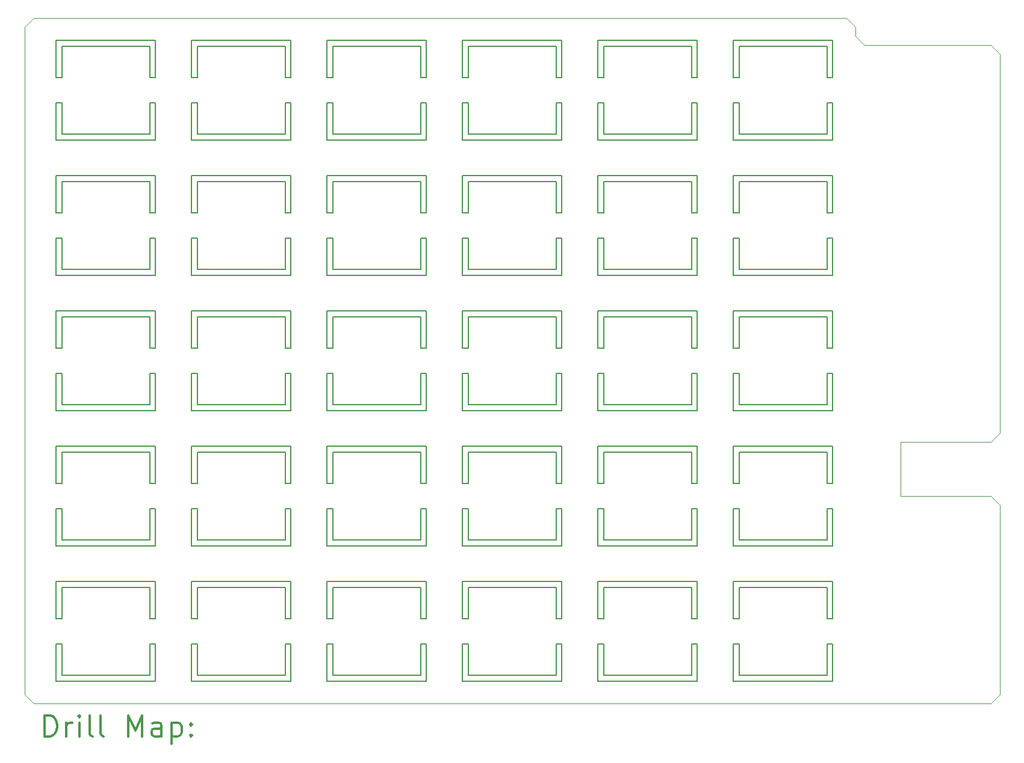
<source format=gbr>
%FSLAX45Y45*%
G04 Gerber Fmt 4.5, Leading zero omitted, Abs format (unit mm)*
G04 Created by KiCad (PCBNEW (5.1.9)-1) date 2021-03-27 16:35:38*
%MOMM*%
%LPD*%
G01*
G04 APERTURE LIST*
%TA.AperFunction,Profile*%
%ADD10C,0.050000*%
%TD*%
%TA.AperFunction,Profile*%
%ADD11C,0.150000*%
%TD*%
%ADD12C,0.200000*%
%ADD13C,0.300000*%
G04 APERTURE END LIST*
D10*
X14732000Y-9525000D02*
X14732000Y-10287000D01*
X16129000Y-9398000D02*
X16129000Y-4064000D01*
X16129000Y-10414000D02*
X16129000Y-13081000D01*
X16002000Y-9525000D02*
X16129000Y-9398000D01*
X16002000Y-10287000D02*
X16129000Y-10414000D01*
X15621000Y-10287000D02*
X15367000Y-10287000D01*
X14732000Y-10287000D02*
X16002000Y-10287000D01*
X16002000Y-9525000D02*
X14732000Y-9525000D01*
X14097000Y-3810000D02*
X14224000Y-3937000D01*
X13970000Y-3556000D02*
X14097000Y-3683000D01*
X2540000Y-3556000D02*
X2413000Y-3683000D01*
X2413000Y-13081000D02*
X2540000Y-13208000D01*
X16129000Y-13081000D02*
X16002000Y-13208000D01*
X16002000Y-3937000D02*
X16129000Y-4064000D01*
X14224000Y-3937000D02*
X16002000Y-3937000D01*
X14097000Y-3683000D02*
X14097000Y-3810000D01*
D11*
X6081000Y-10907000D02*
X4841000Y-10907000D01*
D10*
X2413000Y-13081000D02*
X2413000Y-3683000D01*
X16002000Y-13208000D02*
X2540000Y-13208000D01*
X2540000Y-3556000D02*
X13970000Y-3556000D01*
D11*
X12461000Y-10907000D02*
X12461000Y-10467000D01*
X13701000Y-10907000D02*
X12461000Y-10907000D01*
X13781000Y-10487000D02*
X13781000Y-10987000D01*
X13781000Y-10987000D02*
X12381000Y-10987000D01*
X13781000Y-10487000D02*
X13781000Y-10467000D01*
X13781000Y-9587000D02*
X12381000Y-9587000D01*
X13701000Y-10467000D02*
X13701000Y-10907000D01*
X13781000Y-10467000D02*
X13701000Y-10467000D01*
X13701000Y-10087000D02*
X13701000Y-10107000D01*
X12381000Y-10087000D02*
X12381000Y-10107000D01*
X12461000Y-10467000D02*
X12381000Y-10467000D01*
X12381000Y-10987000D02*
X12381000Y-10487000D01*
X13701000Y-10107000D02*
X13781000Y-10107000D01*
X12381000Y-10467000D02*
X12381000Y-10487000D01*
X12461000Y-10107000D02*
X12461000Y-10087000D01*
X12381000Y-9587000D02*
X12381000Y-10087000D01*
X13781000Y-10107000D02*
X13781000Y-10087000D01*
X13701000Y-9667000D02*
X13701000Y-10087000D01*
X12381000Y-10107000D02*
X12461000Y-10107000D01*
X13781000Y-10087000D02*
X13781000Y-9587000D01*
X12461000Y-10087000D02*
X12461000Y-9667000D01*
X12461000Y-9667000D02*
X13701000Y-9667000D01*
X12461000Y-7097000D02*
X12461000Y-6657000D01*
X13701000Y-7097000D02*
X12461000Y-7097000D01*
X13781000Y-6677000D02*
X13781000Y-7177000D01*
X13781000Y-7177000D02*
X12381000Y-7177000D01*
X13781000Y-6677000D02*
X13781000Y-6657000D01*
X13781000Y-5777000D02*
X12381000Y-5777000D01*
X13701000Y-6657000D02*
X13701000Y-7097000D01*
X13781000Y-6657000D02*
X13701000Y-6657000D01*
X13701000Y-6277000D02*
X13701000Y-6297000D01*
X12381000Y-6277000D02*
X12381000Y-6297000D01*
X12461000Y-6657000D02*
X12381000Y-6657000D01*
X12381000Y-7177000D02*
X12381000Y-6677000D01*
X13701000Y-6297000D02*
X13781000Y-6297000D01*
X12381000Y-6657000D02*
X12381000Y-6677000D01*
X12461000Y-6297000D02*
X12461000Y-6277000D01*
X12381000Y-5777000D02*
X12381000Y-6277000D01*
X13781000Y-6297000D02*
X13781000Y-6277000D01*
X13701000Y-5857000D02*
X13701000Y-6277000D01*
X12381000Y-6297000D02*
X12461000Y-6297000D01*
X13781000Y-6277000D02*
X13781000Y-5777000D01*
X12461000Y-6277000D02*
X12461000Y-5857000D01*
X12461000Y-5857000D02*
X13701000Y-5857000D01*
X11876000Y-5272000D02*
X10476000Y-5272000D01*
X10556000Y-4392000D02*
X10556000Y-4372000D01*
X10556000Y-3952000D02*
X11796000Y-3952000D01*
X11876000Y-4772000D02*
X11876000Y-4752000D01*
X11876000Y-4752000D02*
X11796000Y-4752000D01*
X10556000Y-4372000D02*
X10556000Y-3952000D01*
X10556000Y-5192000D02*
X10556000Y-4752000D01*
X11796000Y-3952000D02*
X11796000Y-4372000D01*
X10476000Y-4392000D02*
X10556000Y-4392000D01*
X11796000Y-4372000D02*
X11796000Y-4392000D01*
X11796000Y-4752000D02*
X11796000Y-5192000D01*
X10476000Y-4752000D02*
X10476000Y-4772000D01*
X11796000Y-5192000D02*
X10556000Y-5192000D01*
X11796000Y-4392000D02*
X11876000Y-4392000D01*
X10476000Y-4372000D02*
X10476000Y-4392000D01*
X11876000Y-4772000D02*
X11876000Y-5272000D01*
X10476000Y-3872000D02*
X10476000Y-4372000D01*
X12381000Y-4752000D02*
X12381000Y-4772000D01*
X12461000Y-3952000D02*
X13701000Y-3952000D01*
X13701000Y-5192000D02*
X12461000Y-5192000D01*
X13701000Y-3952000D02*
X13701000Y-4372000D01*
X12381000Y-4392000D02*
X12461000Y-4392000D01*
X12381000Y-4372000D02*
X12381000Y-4392000D01*
X13701000Y-4752000D02*
X13701000Y-5192000D01*
X13701000Y-4372000D02*
X13701000Y-4392000D01*
X13781000Y-4772000D02*
X13781000Y-4752000D01*
X11876000Y-4372000D02*
X11876000Y-3872000D01*
X11876000Y-3872000D02*
X10476000Y-3872000D01*
X10556000Y-4752000D02*
X10476000Y-4752000D01*
X12461000Y-4372000D02*
X12461000Y-3952000D01*
X13781000Y-4772000D02*
X13781000Y-5272000D01*
X13781000Y-4752000D02*
X13701000Y-4752000D01*
X13781000Y-5272000D02*
X12381000Y-5272000D01*
X12461000Y-4392000D02*
X12461000Y-4372000D01*
X13701000Y-4392000D02*
X13781000Y-4392000D01*
X11876000Y-4392000D02*
X11876000Y-4372000D01*
X10476000Y-5272000D02*
X10476000Y-4772000D01*
X12461000Y-5192000D02*
X12461000Y-4752000D01*
X13781000Y-3872000D02*
X12381000Y-3872000D01*
X13781000Y-4392000D02*
X13781000Y-4372000D01*
X12381000Y-5272000D02*
X12381000Y-4772000D01*
X12461000Y-4752000D02*
X12381000Y-4752000D01*
X12381000Y-3872000D02*
X12381000Y-4372000D01*
X13781000Y-4372000D02*
X13781000Y-3872000D01*
X4256000Y-12892000D02*
X2856000Y-12892000D01*
X2936000Y-12012000D02*
X2936000Y-11992000D01*
X2936000Y-11572000D02*
X4176000Y-11572000D01*
X4256000Y-12392000D02*
X4256000Y-12372000D01*
X4256000Y-12372000D02*
X4176000Y-12372000D01*
X2936000Y-11992000D02*
X2936000Y-11572000D01*
X2936000Y-12812000D02*
X2936000Y-12372000D01*
X4176000Y-11572000D02*
X4176000Y-11992000D01*
X2856000Y-12012000D02*
X2936000Y-12012000D01*
X4176000Y-11992000D02*
X4176000Y-12012000D01*
X4176000Y-12372000D02*
X4176000Y-12812000D01*
X2856000Y-12372000D02*
X2856000Y-12392000D01*
X4176000Y-12812000D02*
X2936000Y-12812000D01*
X4176000Y-12012000D02*
X4256000Y-12012000D01*
X2856000Y-11992000D02*
X2856000Y-12012000D01*
X4256000Y-12392000D02*
X4256000Y-12892000D01*
X2856000Y-11492000D02*
X2856000Y-11992000D01*
X4761000Y-12372000D02*
X4761000Y-12392000D01*
X4841000Y-11572000D02*
X6081000Y-11572000D01*
X6081000Y-12812000D02*
X4841000Y-12812000D01*
X6081000Y-11572000D02*
X6081000Y-11992000D01*
X4761000Y-12012000D02*
X4841000Y-12012000D01*
X4761000Y-11992000D02*
X4761000Y-12012000D01*
X6081000Y-12372000D02*
X6081000Y-12812000D01*
X6081000Y-11992000D02*
X6081000Y-12012000D01*
X6161000Y-12392000D02*
X6161000Y-12372000D01*
X4256000Y-11992000D02*
X4256000Y-11492000D01*
X4256000Y-11492000D02*
X2856000Y-11492000D01*
X2936000Y-12372000D02*
X2856000Y-12372000D01*
X4841000Y-11992000D02*
X4841000Y-11572000D01*
X6161000Y-12392000D02*
X6161000Y-12892000D01*
X6161000Y-12372000D02*
X6081000Y-12372000D01*
X6161000Y-12892000D02*
X4761000Y-12892000D01*
X4841000Y-12012000D02*
X4841000Y-11992000D01*
X6081000Y-12012000D02*
X6161000Y-12012000D01*
X4256000Y-12012000D02*
X4256000Y-11992000D01*
X2856000Y-12892000D02*
X2856000Y-12392000D01*
X4841000Y-12812000D02*
X4841000Y-12372000D01*
X6161000Y-11492000D02*
X4761000Y-11492000D01*
X6161000Y-12012000D02*
X6161000Y-11992000D01*
X4761000Y-12892000D02*
X4761000Y-12392000D01*
X4841000Y-12372000D02*
X4761000Y-12372000D01*
X4761000Y-11492000D02*
X4761000Y-11992000D01*
X6161000Y-11992000D02*
X6161000Y-11492000D01*
X8066000Y-12892000D02*
X6666000Y-12892000D01*
X6746000Y-12012000D02*
X6746000Y-11992000D01*
X6746000Y-11572000D02*
X7986000Y-11572000D01*
X8066000Y-12392000D02*
X8066000Y-12372000D01*
X8066000Y-12372000D02*
X7986000Y-12372000D01*
X6746000Y-11992000D02*
X6746000Y-11572000D01*
X6746000Y-12812000D02*
X6746000Y-12372000D01*
X7986000Y-11572000D02*
X7986000Y-11992000D01*
X6666000Y-12012000D02*
X6746000Y-12012000D01*
X7986000Y-11992000D02*
X7986000Y-12012000D01*
X7986000Y-12372000D02*
X7986000Y-12812000D01*
X6666000Y-12372000D02*
X6666000Y-12392000D01*
X7986000Y-12812000D02*
X6746000Y-12812000D01*
X7986000Y-12012000D02*
X8066000Y-12012000D01*
X6666000Y-11992000D02*
X6666000Y-12012000D01*
X8066000Y-12392000D02*
X8066000Y-12892000D01*
X6666000Y-11492000D02*
X6666000Y-11992000D01*
X8571000Y-12372000D02*
X8571000Y-12392000D01*
X8651000Y-11572000D02*
X9891000Y-11572000D01*
X9891000Y-12812000D02*
X8651000Y-12812000D01*
X9891000Y-11572000D02*
X9891000Y-11992000D01*
X8571000Y-12012000D02*
X8651000Y-12012000D01*
X8571000Y-11992000D02*
X8571000Y-12012000D01*
X9891000Y-12372000D02*
X9891000Y-12812000D01*
X9891000Y-11992000D02*
X9891000Y-12012000D01*
X9971000Y-12392000D02*
X9971000Y-12372000D01*
X8066000Y-11992000D02*
X8066000Y-11492000D01*
X8066000Y-11492000D02*
X6666000Y-11492000D01*
X6746000Y-12372000D02*
X6666000Y-12372000D01*
X8651000Y-11992000D02*
X8651000Y-11572000D01*
X9971000Y-12392000D02*
X9971000Y-12892000D01*
X9971000Y-12372000D02*
X9891000Y-12372000D01*
X9971000Y-12892000D02*
X8571000Y-12892000D01*
X8651000Y-12012000D02*
X8651000Y-11992000D01*
X9891000Y-12012000D02*
X9971000Y-12012000D01*
X8066000Y-12012000D02*
X8066000Y-11992000D01*
X6666000Y-12892000D02*
X6666000Y-12392000D01*
X8651000Y-12812000D02*
X8651000Y-12372000D01*
X9971000Y-11492000D02*
X8571000Y-11492000D01*
X9971000Y-12012000D02*
X9971000Y-11992000D01*
X8571000Y-12892000D02*
X8571000Y-12392000D01*
X8651000Y-12372000D02*
X8571000Y-12372000D01*
X8571000Y-11492000D02*
X8571000Y-11992000D01*
X9971000Y-11992000D02*
X9971000Y-11492000D01*
X6161000Y-10987000D02*
X4761000Y-10987000D01*
X6161000Y-10467000D02*
X6081000Y-10467000D01*
X4841000Y-10467000D02*
X4761000Y-10467000D01*
X6161000Y-10107000D02*
X6161000Y-10087000D01*
X4761000Y-10087000D02*
X4761000Y-10107000D01*
X4761000Y-10987000D02*
X4761000Y-10487000D01*
X6081000Y-10467000D02*
X6081000Y-10907000D01*
X4841000Y-9667000D02*
X6081000Y-9667000D01*
X6161000Y-10487000D02*
X6161000Y-10467000D01*
X2856000Y-10107000D02*
X2936000Y-10107000D01*
X2856000Y-10467000D02*
X2856000Y-10487000D01*
X2856000Y-10087000D02*
X2856000Y-10107000D01*
X4176000Y-10087000D02*
X4176000Y-10107000D01*
X4256000Y-10107000D02*
X4256000Y-10087000D01*
X4176000Y-9667000D02*
X4176000Y-10087000D01*
X4256000Y-10087000D02*
X4256000Y-9587000D01*
X2936000Y-10107000D02*
X2936000Y-10087000D01*
X4176000Y-10107000D02*
X4256000Y-10107000D01*
X4256000Y-10467000D02*
X4176000Y-10467000D01*
X2936000Y-10907000D02*
X2936000Y-10467000D01*
X4176000Y-10467000D02*
X4176000Y-10907000D01*
X4256000Y-10487000D02*
X4256000Y-10467000D01*
X2936000Y-9667000D02*
X4176000Y-9667000D01*
X2856000Y-9587000D02*
X2856000Y-10087000D01*
X4256000Y-10987000D02*
X2856000Y-10987000D01*
X4256000Y-10487000D02*
X4256000Y-10987000D01*
X4176000Y-10907000D02*
X2936000Y-10907000D01*
X2936000Y-10087000D02*
X2936000Y-9667000D01*
X4256000Y-9587000D02*
X2856000Y-9587000D01*
X8571000Y-10087000D02*
X8571000Y-10107000D01*
X6746000Y-10107000D02*
X6746000Y-10087000D01*
X6081000Y-9667000D02*
X6081000Y-10087000D01*
X6161000Y-10087000D02*
X6161000Y-9587000D01*
X4761000Y-10467000D02*
X4761000Y-10487000D01*
X6161000Y-9587000D02*
X4761000Y-9587000D01*
X6081000Y-10107000D02*
X6161000Y-10107000D01*
X6081000Y-10087000D02*
X6081000Y-10107000D01*
X4761000Y-10107000D02*
X4841000Y-10107000D01*
X9971000Y-10487000D02*
X9971000Y-10987000D01*
X8651000Y-10907000D02*
X8651000Y-10467000D01*
X4841000Y-10107000D02*
X4841000Y-10087000D01*
X8571000Y-10467000D02*
X8571000Y-10487000D01*
X4761000Y-9587000D02*
X4761000Y-10087000D01*
X10556000Y-10907000D02*
X10556000Y-10467000D01*
X11796000Y-10907000D02*
X10556000Y-10907000D01*
X11876000Y-10487000D02*
X11876000Y-10987000D01*
X11876000Y-10987000D02*
X10476000Y-10987000D01*
X11876000Y-10487000D02*
X11876000Y-10467000D01*
X11876000Y-9587000D02*
X10476000Y-9587000D01*
X11796000Y-10467000D02*
X11796000Y-10907000D01*
X11876000Y-10467000D02*
X11796000Y-10467000D01*
X11796000Y-10087000D02*
X11796000Y-10107000D01*
X10476000Y-10087000D02*
X10476000Y-10107000D01*
X6746000Y-10907000D02*
X6746000Y-10467000D01*
X10556000Y-10467000D02*
X10476000Y-10467000D01*
X10476000Y-10987000D02*
X10476000Y-10487000D01*
X11796000Y-10107000D02*
X11876000Y-10107000D01*
X10476000Y-10467000D02*
X10476000Y-10487000D01*
X6746000Y-10087000D02*
X6746000Y-9667000D01*
X8651000Y-10087000D02*
X8651000Y-9667000D01*
X10556000Y-10107000D02*
X10556000Y-10087000D01*
X8571000Y-10107000D02*
X8651000Y-10107000D01*
X10476000Y-9587000D02*
X10476000Y-10087000D01*
X11876000Y-10107000D02*
X11876000Y-10087000D01*
X11796000Y-9667000D02*
X11796000Y-10087000D01*
X10476000Y-10107000D02*
X10556000Y-10107000D01*
X11876000Y-10087000D02*
X11876000Y-9587000D01*
X10556000Y-10087000D02*
X10556000Y-9667000D01*
X10556000Y-9667000D02*
X11796000Y-9667000D01*
X9971000Y-10987000D02*
X8571000Y-10987000D01*
X8651000Y-9667000D02*
X9891000Y-9667000D01*
X6746000Y-10467000D02*
X6666000Y-10467000D01*
X6666000Y-9587000D02*
X6666000Y-10087000D01*
X9971000Y-10467000D02*
X9891000Y-10467000D01*
X9891000Y-10467000D02*
X9891000Y-10907000D01*
X9891000Y-10907000D02*
X8651000Y-10907000D01*
X6666000Y-10107000D02*
X6746000Y-10107000D01*
X7986000Y-10107000D02*
X8066000Y-10107000D01*
X8651000Y-10107000D02*
X8651000Y-10087000D01*
X9891000Y-10107000D02*
X9971000Y-10107000D01*
X9891000Y-10087000D02*
X9891000Y-10107000D01*
X8066000Y-10107000D02*
X8066000Y-10087000D01*
X6746000Y-9667000D02*
X7986000Y-9667000D01*
X9971000Y-10487000D02*
X9971000Y-10467000D01*
X4841000Y-10087000D02*
X4841000Y-9667000D01*
X7986000Y-10467000D02*
X7986000Y-10907000D01*
X6666000Y-10987000D02*
X6666000Y-10487000D01*
X8066000Y-10467000D02*
X7986000Y-10467000D01*
X8066000Y-10987000D02*
X6666000Y-10987000D01*
X9971000Y-9587000D02*
X8571000Y-9587000D01*
X8571000Y-10987000D02*
X8571000Y-10487000D01*
X4841000Y-10907000D02*
X4841000Y-10467000D01*
X8651000Y-10467000D02*
X8571000Y-10467000D01*
X9971000Y-10107000D02*
X9971000Y-10087000D01*
X6666000Y-10467000D02*
X6666000Y-10487000D01*
X8066000Y-9587000D02*
X6666000Y-9587000D01*
X6161000Y-10487000D02*
X6161000Y-10987000D01*
X9891000Y-9667000D02*
X9891000Y-10087000D01*
X8571000Y-9587000D02*
X8571000Y-10087000D01*
X6666000Y-10087000D02*
X6666000Y-10107000D01*
X9971000Y-10087000D02*
X9971000Y-9587000D01*
X8066000Y-10087000D02*
X8066000Y-9587000D01*
X7986000Y-9667000D02*
X7986000Y-10087000D01*
X7986000Y-10087000D02*
X7986000Y-10107000D01*
X8066000Y-10487000D02*
X8066000Y-10467000D01*
X8066000Y-10487000D02*
X8066000Y-10987000D01*
X7986000Y-10907000D02*
X6746000Y-10907000D01*
X2856000Y-10987000D02*
X2856000Y-10487000D01*
X2936000Y-10467000D02*
X2856000Y-10467000D01*
X8066000Y-9082000D02*
X6666000Y-9082000D01*
X7986000Y-9002000D02*
X6746000Y-9002000D01*
X8066000Y-8562000D02*
X7986000Y-8562000D01*
X6746000Y-8562000D02*
X6666000Y-8562000D01*
X8066000Y-8202000D02*
X8066000Y-8182000D01*
X6666000Y-8182000D02*
X6666000Y-8202000D01*
X6666000Y-9082000D02*
X6666000Y-8582000D01*
X7986000Y-8562000D02*
X7986000Y-9002000D01*
X6746000Y-7762000D02*
X7986000Y-7762000D01*
X8066000Y-8582000D02*
X8066000Y-8562000D01*
X4761000Y-8202000D02*
X4841000Y-8202000D01*
X4761000Y-8562000D02*
X4761000Y-8582000D01*
X4761000Y-8182000D02*
X4761000Y-8202000D01*
X6081000Y-8182000D02*
X6081000Y-8202000D01*
X6161000Y-8202000D02*
X6161000Y-8182000D01*
X6081000Y-7762000D02*
X6081000Y-8182000D01*
X6161000Y-8182000D02*
X6161000Y-7682000D01*
X4841000Y-8202000D02*
X4841000Y-8182000D01*
X6081000Y-8202000D02*
X6161000Y-8202000D01*
X6161000Y-8562000D02*
X6081000Y-8562000D01*
X4841000Y-9002000D02*
X4841000Y-8562000D01*
X6081000Y-8562000D02*
X6081000Y-9002000D01*
X6161000Y-8582000D02*
X6161000Y-8562000D01*
X4841000Y-7762000D02*
X6081000Y-7762000D01*
X4761000Y-7682000D02*
X4761000Y-8182000D01*
X6161000Y-9082000D02*
X4761000Y-9082000D01*
X6161000Y-8582000D02*
X6161000Y-9082000D01*
X6081000Y-9002000D02*
X4841000Y-9002000D01*
X4841000Y-8182000D02*
X4841000Y-7762000D01*
X6161000Y-7682000D02*
X4761000Y-7682000D01*
X10476000Y-8182000D02*
X10476000Y-8202000D01*
X8651000Y-8202000D02*
X8651000Y-8182000D01*
X7986000Y-7762000D02*
X7986000Y-8182000D01*
X8066000Y-8182000D02*
X8066000Y-7682000D01*
X6666000Y-8562000D02*
X6666000Y-8582000D01*
X8066000Y-7682000D02*
X6666000Y-7682000D01*
X7986000Y-8202000D02*
X8066000Y-8202000D01*
X7986000Y-8182000D02*
X7986000Y-8202000D01*
X6666000Y-8202000D02*
X6746000Y-8202000D01*
X11876000Y-8582000D02*
X11876000Y-9082000D01*
X10556000Y-9002000D02*
X10556000Y-8562000D01*
X6746000Y-8202000D02*
X6746000Y-8182000D01*
X10476000Y-8562000D02*
X10476000Y-8582000D01*
X6666000Y-7682000D02*
X6666000Y-8182000D01*
X12461000Y-9002000D02*
X12461000Y-8562000D01*
X13701000Y-9002000D02*
X12461000Y-9002000D01*
X13781000Y-8582000D02*
X13781000Y-9082000D01*
X13781000Y-9082000D02*
X12381000Y-9082000D01*
X13781000Y-8582000D02*
X13781000Y-8562000D01*
X13781000Y-7682000D02*
X12381000Y-7682000D01*
X13701000Y-8562000D02*
X13701000Y-9002000D01*
X13781000Y-8562000D02*
X13701000Y-8562000D01*
X13701000Y-8182000D02*
X13701000Y-8202000D01*
X12381000Y-8182000D02*
X12381000Y-8202000D01*
X8651000Y-9002000D02*
X8651000Y-8562000D01*
X12461000Y-8562000D02*
X12381000Y-8562000D01*
X12381000Y-9082000D02*
X12381000Y-8582000D01*
X13701000Y-8202000D02*
X13781000Y-8202000D01*
X12381000Y-8562000D02*
X12381000Y-8582000D01*
X8651000Y-8182000D02*
X8651000Y-7762000D01*
X10556000Y-8182000D02*
X10556000Y-7762000D01*
X12461000Y-8202000D02*
X12461000Y-8182000D01*
X10476000Y-8202000D02*
X10556000Y-8202000D01*
X12381000Y-7682000D02*
X12381000Y-8182000D01*
X13781000Y-8202000D02*
X13781000Y-8182000D01*
X13701000Y-7762000D02*
X13701000Y-8182000D01*
X12381000Y-8202000D02*
X12461000Y-8202000D01*
X13781000Y-8182000D02*
X13781000Y-7682000D01*
X12461000Y-8182000D02*
X12461000Y-7762000D01*
X12461000Y-7762000D02*
X13701000Y-7762000D01*
X11876000Y-9082000D02*
X10476000Y-9082000D01*
X10556000Y-7762000D02*
X11796000Y-7762000D01*
X8651000Y-8562000D02*
X8571000Y-8562000D01*
X8571000Y-7682000D02*
X8571000Y-8182000D01*
X11876000Y-8562000D02*
X11796000Y-8562000D01*
X11796000Y-8562000D02*
X11796000Y-9002000D01*
X11796000Y-9002000D02*
X10556000Y-9002000D01*
X8571000Y-8202000D02*
X8651000Y-8202000D01*
X9891000Y-8202000D02*
X9971000Y-8202000D01*
X10556000Y-8202000D02*
X10556000Y-8182000D01*
X11796000Y-8202000D02*
X11876000Y-8202000D01*
X11796000Y-8182000D02*
X11796000Y-8202000D01*
X9971000Y-8202000D02*
X9971000Y-8182000D01*
X8651000Y-7762000D02*
X9891000Y-7762000D01*
X11876000Y-8582000D02*
X11876000Y-8562000D01*
X6746000Y-8182000D02*
X6746000Y-7762000D01*
X9891000Y-8562000D02*
X9891000Y-9002000D01*
X8571000Y-9082000D02*
X8571000Y-8582000D01*
X9971000Y-8562000D02*
X9891000Y-8562000D01*
X9971000Y-9082000D02*
X8571000Y-9082000D01*
X11876000Y-7682000D02*
X10476000Y-7682000D01*
X10476000Y-9082000D02*
X10476000Y-8582000D01*
X6746000Y-9002000D02*
X6746000Y-8562000D01*
X10556000Y-8562000D02*
X10476000Y-8562000D01*
X11876000Y-8202000D02*
X11876000Y-8182000D01*
X8571000Y-8562000D02*
X8571000Y-8582000D01*
X9971000Y-7682000D02*
X8571000Y-7682000D01*
X8066000Y-8582000D02*
X8066000Y-9082000D01*
X11796000Y-7762000D02*
X11796000Y-8182000D01*
X10476000Y-7682000D02*
X10476000Y-8182000D01*
X8571000Y-8182000D02*
X8571000Y-8202000D01*
X11876000Y-8182000D02*
X11876000Y-7682000D01*
X9971000Y-8182000D02*
X9971000Y-7682000D01*
X9891000Y-7762000D02*
X9891000Y-8182000D01*
X9891000Y-8182000D02*
X9891000Y-8202000D01*
X9971000Y-8582000D02*
X9971000Y-8562000D01*
X9971000Y-8582000D02*
X9971000Y-9082000D01*
X9891000Y-9002000D02*
X8651000Y-9002000D01*
X4761000Y-9082000D02*
X4761000Y-8582000D01*
X4841000Y-8562000D02*
X4761000Y-8562000D01*
X11796000Y-6297000D02*
X11876000Y-6297000D01*
X11876000Y-6677000D02*
X11876000Y-6657000D01*
X10476000Y-5777000D02*
X10476000Y-6277000D01*
X11796000Y-6657000D02*
X11796000Y-7097000D01*
X11796000Y-5857000D02*
X11796000Y-6277000D01*
X11876000Y-6657000D02*
X11796000Y-6657000D01*
X10556000Y-6657000D02*
X10476000Y-6657000D01*
X11796000Y-7097000D02*
X10556000Y-7097000D01*
X10556000Y-6277000D02*
X10556000Y-5857000D01*
X10476000Y-7177000D02*
X10476000Y-6677000D01*
X10556000Y-5857000D02*
X11796000Y-5857000D01*
X11796000Y-6277000D02*
X11796000Y-6297000D01*
X10476000Y-6297000D02*
X10556000Y-6297000D01*
X11876000Y-5777000D02*
X10476000Y-5777000D01*
X11876000Y-6677000D02*
X11876000Y-7177000D01*
X10556000Y-7097000D02*
X10556000Y-6657000D01*
X11876000Y-7177000D02*
X10476000Y-7177000D01*
X10476000Y-6657000D02*
X10476000Y-6677000D01*
X11876000Y-6277000D02*
X11876000Y-5777000D01*
X10476000Y-6277000D02*
X10476000Y-6297000D01*
X10556000Y-6297000D02*
X10556000Y-6277000D01*
X11876000Y-6297000D02*
X11876000Y-6277000D01*
X8651000Y-6277000D02*
X8651000Y-5857000D01*
X6746000Y-7097000D02*
X6746000Y-6657000D01*
X8571000Y-6297000D02*
X8651000Y-6297000D01*
X6746000Y-6277000D02*
X6746000Y-5857000D01*
X9971000Y-7177000D02*
X8571000Y-7177000D01*
X8651000Y-5857000D02*
X9891000Y-5857000D01*
X6746000Y-6657000D02*
X6666000Y-6657000D01*
X9891000Y-6657000D02*
X9891000Y-7097000D01*
X9891000Y-7097000D02*
X8651000Y-7097000D01*
X8651000Y-6297000D02*
X8651000Y-6277000D01*
X8066000Y-6297000D02*
X8066000Y-6277000D01*
X9891000Y-6277000D02*
X9891000Y-6297000D01*
X7986000Y-6297000D02*
X8066000Y-6297000D01*
X9891000Y-6297000D02*
X9971000Y-6297000D01*
X6666000Y-5777000D02*
X6666000Y-6277000D01*
X9971000Y-6677000D02*
X9971000Y-6657000D01*
X6666000Y-6297000D02*
X6746000Y-6297000D01*
X9971000Y-6657000D02*
X9891000Y-6657000D01*
X6746000Y-5857000D02*
X7986000Y-5857000D01*
X9891000Y-5857000D02*
X9891000Y-6277000D01*
X8571000Y-5777000D02*
X8571000Y-6277000D01*
X7986000Y-7097000D02*
X6746000Y-7097000D01*
X6666000Y-6277000D02*
X6666000Y-6297000D01*
X9971000Y-6277000D02*
X9971000Y-5777000D01*
X4841000Y-6277000D02*
X4841000Y-5857000D01*
X9971000Y-6297000D02*
X9971000Y-6277000D01*
X9971000Y-5777000D02*
X8571000Y-5777000D01*
X8571000Y-7177000D02*
X8571000Y-6677000D01*
X7986000Y-6657000D02*
X7986000Y-7097000D01*
X8066000Y-6277000D02*
X8066000Y-5777000D01*
X7986000Y-5857000D02*
X7986000Y-6277000D01*
X8066000Y-6657000D02*
X7986000Y-6657000D01*
X8066000Y-5777000D02*
X6666000Y-5777000D01*
X6666000Y-7177000D02*
X6666000Y-6677000D01*
X4841000Y-7097000D02*
X4841000Y-6657000D01*
X8651000Y-6657000D02*
X8571000Y-6657000D01*
X8066000Y-7177000D02*
X6666000Y-7177000D01*
X8066000Y-6677000D02*
X8066000Y-6657000D01*
X8066000Y-6677000D02*
X8066000Y-7177000D01*
X7986000Y-6277000D02*
X7986000Y-6297000D01*
X6161000Y-6677000D02*
X6161000Y-7177000D01*
X6666000Y-6657000D02*
X6666000Y-6677000D01*
X8571000Y-6277000D02*
X8571000Y-6297000D01*
X6746000Y-6297000D02*
X6746000Y-6277000D01*
X9971000Y-6677000D02*
X9971000Y-7177000D01*
X8651000Y-7097000D02*
X8651000Y-6657000D01*
X8571000Y-6657000D02*
X8571000Y-6677000D01*
X6081000Y-6277000D02*
X6081000Y-6297000D01*
X6081000Y-5857000D02*
X6081000Y-6277000D01*
X4761000Y-5777000D02*
X4761000Y-6277000D01*
X6161000Y-5777000D02*
X4761000Y-5777000D01*
X4761000Y-6657000D02*
X4761000Y-6677000D01*
X4841000Y-6297000D02*
X4841000Y-6277000D01*
X6081000Y-6297000D02*
X6161000Y-6297000D01*
X6161000Y-6277000D02*
X6161000Y-5777000D01*
X4761000Y-6297000D02*
X4841000Y-6297000D01*
X6161000Y-7177000D02*
X4761000Y-7177000D01*
X6081000Y-7097000D02*
X4841000Y-7097000D01*
X6161000Y-6657000D02*
X6081000Y-6657000D01*
X4841000Y-6657000D02*
X4761000Y-6657000D01*
X6161000Y-6297000D02*
X6161000Y-6277000D01*
X4761000Y-6277000D02*
X4761000Y-6297000D01*
X4761000Y-7177000D02*
X4761000Y-6677000D01*
X6081000Y-6657000D02*
X6081000Y-7097000D01*
X4841000Y-5857000D02*
X6081000Y-5857000D01*
X6161000Y-6677000D02*
X6161000Y-6657000D01*
X9971000Y-4772000D02*
X9971000Y-5272000D01*
X8651000Y-5192000D02*
X8651000Y-4752000D01*
X8651000Y-4372000D02*
X8651000Y-3952000D01*
X8571000Y-4392000D02*
X8651000Y-4392000D01*
X9971000Y-5272000D02*
X8571000Y-5272000D01*
X8571000Y-4752000D02*
X8571000Y-4772000D01*
X8571000Y-4372000D02*
X8571000Y-4392000D01*
X9891000Y-4752000D02*
X9891000Y-5192000D01*
X8651000Y-4392000D02*
X8651000Y-4372000D01*
X8651000Y-3952000D02*
X9891000Y-3952000D01*
X9891000Y-4372000D02*
X9891000Y-4392000D01*
X9891000Y-4392000D02*
X9971000Y-4392000D01*
X9891000Y-5192000D02*
X8651000Y-5192000D01*
X9971000Y-4772000D02*
X9971000Y-4752000D01*
X9891000Y-3952000D02*
X9891000Y-4372000D01*
X9971000Y-4752000D02*
X9891000Y-4752000D01*
X8571000Y-3872000D02*
X8571000Y-4372000D01*
X9971000Y-4372000D02*
X9971000Y-3872000D01*
X9971000Y-4392000D02*
X9971000Y-4372000D01*
X9971000Y-3872000D02*
X8571000Y-3872000D01*
X8571000Y-5272000D02*
X8571000Y-4772000D01*
X8651000Y-4752000D02*
X8571000Y-4752000D01*
X4256000Y-8582000D02*
X4256000Y-9082000D01*
X2936000Y-9002000D02*
X2936000Y-8562000D01*
X2936000Y-8182000D02*
X2936000Y-7762000D01*
X2856000Y-8202000D02*
X2936000Y-8202000D01*
X4256000Y-9082000D02*
X2856000Y-9082000D01*
X2856000Y-8562000D02*
X2856000Y-8582000D01*
X2856000Y-8182000D02*
X2856000Y-8202000D01*
X4176000Y-8562000D02*
X4176000Y-9002000D01*
X2936000Y-8202000D02*
X2936000Y-8182000D01*
X2936000Y-7762000D02*
X4176000Y-7762000D01*
X4176000Y-8182000D02*
X4176000Y-8202000D01*
X4176000Y-8202000D02*
X4256000Y-8202000D01*
X4176000Y-9002000D02*
X2936000Y-9002000D01*
X4256000Y-8582000D02*
X4256000Y-8562000D01*
X4176000Y-7762000D02*
X4176000Y-8182000D01*
X4256000Y-8562000D02*
X4176000Y-8562000D01*
X2856000Y-7682000D02*
X2856000Y-8182000D01*
X4256000Y-8182000D02*
X4256000Y-7682000D01*
X4256000Y-8202000D02*
X4256000Y-8182000D01*
X4256000Y-7682000D02*
X2856000Y-7682000D01*
X2856000Y-9082000D02*
X2856000Y-8582000D01*
X2936000Y-8562000D02*
X2856000Y-8562000D01*
X4256000Y-6677000D02*
X4256000Y-7177000D01*
X2936000Y-7097000D02*
X2936000Y-6657000D01*
X2936000Y-6277000D02*
X2936000Y-5857000D01*
X2856000Y-6297000D02*
X2936000Y-6297000D01*
X4256000Y-7177000D02*
X2856000Y-7177000D01*
X2856000Y-6657000D02*
X2856000Y-6677000D01*
X2856000Y-6277000D02*
X2856000Y-6297000D01*
X4176000Y-6657000D02*
X4176000Y-7097000D01*
X2936000Y-6297000D02*
X2936000Y-6277000D01*
X2936000Y-5857000D02*
X4176000Y-5857000D01*
X4176000Y-6277000D02*
X4176000Y-6297000D01*
X4176000Y-6297000D02*
X4256000Y-6297000D01*
X4176000Y-7097000D02*
X2936000Y-7097000D01*
X4256000Y-6677000D02*
X4256000Y-6657000D01*
X4176000Y-5857000D02*
X4176000Y-6277000D01*
X4256000Y-6657000D02*
X4176000Y-6657000D01*
X2856000Y-5777000D02*
X2856000Y-6277000D01*
X4256000Y-6277000D02*
X4256000Y-5777000D01*
X4256000Y-6297000D02*
X4256000Y-6277000D01*
X4256000Y-5777000D02*
X2856000Y-5777000D01*
X2856000Y-7177000D02*
X2856000Y-6677000D01*
X2936000Y-6657000D02*
X2856000Y-6657000D01*
X8066000Y-4772000D02*
X8066000Y-5272000D01*
X6746000Y-5192000D02*
X6746000Y-4752000D01*
X6746000Y-4372000D02*
X6746000Y-3952000D01*
X6666000Y-4392000D02*
X6746000Y-4392000D01*
X8066000Y-5272000D02*
X6666000Y-5272000D01*
X6666000Y-4752000D02*
X6666000Y-4772000D01*
X6666000Y-4372000D02*
X6666000Y-4392000D01*
X7986000Y-4752000D02*
X7986000Y-5192000D01*
X6746000Y-4392000D02*
X6746000Y-4372000D01*
X6746000Y-3952000D02*
X7986000Y-3952000D01*
X7986000Y-4372000D02*
X7986000Y-4392000D01*
X7986000Y-4392000D02*
X8066000Y-4392000D01*
X7986000Y-5192000D02*
X6746000Y-5192000D01*
X8066000Y-4772000D02*
X8066000Y-4752000D01*
X7986000Y-3952000D02*
X7986000Y-4372000D01*
X8066000Y-4752000D02*
X7986000Y-4752000D01*
X6666000Y-3872000D02*
X6666000Y-4372000D01*
X8066000Y-4372000D02*
X8066000Y-3872000D01*
X8066000Y-4392000D02*
X8066000Y-4372000D01*
X8066000Y-3872000D02*
X6666000Y-3872000D01*
X6666000Y-5272000D02*
X6666000Y-4772000D01*
X6746000Y-4752000D02*
X6666000Y-4752000D01*
X6161000Y-4772000D02*
X6161000Y-5272000D01*
X4841000Y-5192000D02*
X4841000Y-4752000D01*
X4841000Y-4372000D02*
X4841000Y-3952000D01*
X4761000Y-4392000D02*
X4841000Y-4392000D01*
X6161000Y-5272000D02*
X4761000Y-5272000D01*
X4761000Y-4752000D02*
X4761000Y-4772000D01*
X4761000Y-4372000D02*
X4761000Y-4392000D01*
X6081000Y-4752000D02*
X6081000Y-5192000D01*
X4841000Y-4392000D02*
X4841000Y-4372000D01*
X4841000Y-3952000D02*
X6081000Y-3952000D01*
X6081000Y-4372000D02*
X6081000Y-4392000D01*
X6081000Y-4392000D02*
X6161000Y-4392000D01*
X6081000Y-5192000D02*
X4841000Y-5192000D01*
X6161000Y-4772000D02*
X6161000Y-4752000D01*
X6081000Y-3952000D02*
X6081000Y-4372000D01*
X6161000Y-4752000D02*
X6081000Y-4752000D01*
X4761000Y-3872000D02*
X4761000Y-4372000D01*
X6161000Y-4372000D02*
X6161000Y-3872000D01*
X6161000Y-4392000D02*
X6161000Y-4372000D01*
X6161000Y-3872000D02*
X4761000Y-3872000D01*
X4761000Y-5272000D02*
X4761000Y-4772000D01*
X4841000Y-4752000D02*
X4761000Y-4752000D01*
X4256000Y-4772000D02*
X4256000Y-5272000D01*
X2936000Y-5192000D02*
X2936000Y-4752000D01*
X2936000Y-4372000D02*
X2936000Y-3952000D01*
X2856000Y-4392000D02*
X2936000Y-4392000D01*
X4256000Y-5272000D02*
X2856000Y-5272000D01*
X2856000Y-4752000D02*
X2856000Y-4772000D01*
X2856000Y-4372000D02*
X2856000Y-4392000D01*
X4176000Y-4752000D02*
X4176000Y-5192000D01*
X2936000Y-4392000D02*
X2936000Y-4372000D01*
X2936000Y-3952000D02*
X4176000Y-3952000D01*
X4176000Y-4372000D02*
X4176000Y-4392000D01*
X4176000Y-4392000D02*
X4256000Y-4392000D01*
X4176000Y-5192000D02*
X2936000Y-5192000D01*
X4256000Y-4772000D02*
X4256000Y-4752000D01*
X4176000Y-3952000D02*
X4176000Y-4372000D01*
X4256000Y-4752000D02*
X4176000Y-4752000D01*
X2856000Y-3872000D02*
X2856000Y-4372000D01*
X4256000Y-4372000D02*
X4256000Y-3872000D01*
X4256000Y-4392000D02*
X4256000Y-4372000D01*
X4256000Y-3872000D02*
X2856000Y-3872000D01*
X2856000Y-5272000D02*
X2856000Y-4772000D01*
X2936000Y-4752000D02*
X2856000Y-4752000D01*
X11876000Y-12392000D02*
X11876000Y-12892000D01*
X10556000Y-12812000D02*
X10556000Y-12372000D01*
X10556000Y-11992000D02*
X10556000Y-11572000D01*
X10476000Y-12012000D02*
X10556000Y-12012000D01*
X11876000Y-12892000D02*
X10476000Y-12892000D01*
X10476000Y-12372000D02*
X10476000Y-12392000D01*
X10476000Y-11992000D02*
X10476000Y-12012000D01*
X11796000Y-12372000D02*
X11796000Y-12812000D01*
X10556000Y-12012000D02*
X10556000Y-11992000D01*
X10556000Y-11572000D02*
X11796000Y-11572000D01*
X11796000Y-11992000D02*
X11796000Y-12012000D01*
X11796000Y-12012000D02*
X11876000Y-12012000D01*
X11796000Y-12812000D02*
X10556000Y-12812000D01*
X11876000Y-12392000D02*
X11876000Y-12372000D01*
X11796000Y-11572000D02*
X11796000Y-11992000D01*
X11876000Y-12372000D02*
X11796000Y-12372000D01*
X10476000Y-11492000D02*
X10476000Y-11992000D01*
X11876000Y-11992000D02*
X11876000Y-11492000D01*
X11876000Y-12012000D02*
X11876000Y-11992000D01*
X11876000Y-11492000D02*
X10476000Y-11492000D01*
X10476000Y-12892000D02*
X10476000Y-12392000D01*
X10556000Y-12372000D02*
X10476000Y-12372000D01*
X13781000Y-12392000D02*
X13781000Y-12892000D01*
X12461000Y-12812000D02*
X12461000Y-12372000D01*
X12461000Y-11992000D02*
X12461000Y-11572000D01*
X12381000Y-12012000D02*
X12461000Y-12012000D01*
X13781000Y-12892000D02*
X12381000Y-12892000D01*
X12381000Y-12372000D02*
X12381000Y-12392000D01*
X12381000Y-11992000D02*
X12381000Y-12012000D01*
X13701000Y-12372000D02*
X13701000Y-12812000D01*
X12461000Y-12012000D02*
X12461000Y-11992000D01*
X12461000Y-11572000D02*
X13701000Y-11572000D01*
X13701000Y-11992000D02*
X13701000Y-12012000D01*
X13701000Y-12012000D02*
X13781000Y-12012000D01*
X13701000Y-12812000D02*
X12461000Y-12812000D01*
X13781000Y-12392000D02*
X13781000Y-12372000D01*
X13701000Y-11572000D02*
X13701000Y-11992000D01*
X13781000Y-12372000D02*
X13701000Y-12372000D01*
X12381000Y-11492000D02*
X12381000Y-11992000D01*
X13781000Y-11992000D02*
X13781000Y-11492000D01*
X13781000Y-12012000D02*
X13781000Y-11992000D01*
X13781000Y-11492000D02*
X12381000Y-11492000D01*
X12381000Y-12892000D02*
X12381000Y-12392000D01*
X12461000Y-12372000D02*
X12381000Y-12372000D01*
D12*
D13*
X2696928Y-13676214D02*
X2696928Y-13376214D01*
X2768357Y-13376214D01*
X2811214Y-13390500D01*
X2839786Y-13419071D01*
X2854071Y-13447643D01*
X2868357Y-13504786D01*
X2868357Y-13547643D01*
X2854071Y-13604786D01*
X2839786Y-13633357D01*
X2811214Y-13661929D01*
X2768357Y-13676214D01*
X2696928Y-13676214D01*
X2996928Y-13676214D02*
X2996928Y-13476214D01*
X2996928Y-13533357D02*
X3011214Y-13504786D01*
X3025500Y-13490500D01*
X3054071Y-13476214D01*
X3082643Y-13476214D01*
X3182643Y-13676214D02*
X3182643Y-13476214D01*
X3182643Y-13376214D02*
X3168357Y-13390500D01*
X3182643Y-13404786D01*
X3196928Y-13390500D01*
X3182643Y-13376214D01*
X3182643Y-13404786D01*
X3368357Y-13676214D02*
X3339786Y-13661929D01*
X3325500Y-13633357D01*
X3325500Y-13376214D01*
X3525500Y-13676214D02*
X3496928Y-13661929D01*
X3482643Y-13633357D01*
X3482643Y-13376214D01*
X3868357Y-13676214D02*
X3868357Y-13376214D01*
X3968357Y-13590500D01*
X4068357Y-13376214D01*
X4068357Y-13676214D01*
X4339786Y-13676214D02*
X4339786Y-13519071D01*
X4325500Y-13490500D01*
X4296928Y-13476214D01*
X4239786Y-13476214D01*
X4211214Y-13490500D01*
X4339786Y-13661929D02*
X4311214Y-13676214D01*
X4239786Y-13676214D01*
X4211214Y-13661929D01*
X4196928Y-13633357D01*
X4196928Y-13604786D01*
X4211214Y-13576214D01*
X4239786Y-13561929D01*
X4311214Y-13561929D01*
X4339786Y-13547643D01*
X4482643Y-13476214D02*
X4482643Y-13776214D01*
X4482643Y-13490500D02*
X4511214Y-13476214D01*
X4568357Y-13476214D01*
X4596928Y-13490500D01*
X4611214Y-13504786D01*
X4625500Y-13533357D01*
X4625500Y-13619071D01*
X4611214Y-13647643D01*
X4596928Y-13661929D01*
X4568357Y-13676214D01*
X4511214Y-13676214D01*
X4482643Y-13661929D01*
X4754071Y-13647643D02*
X4768357Y-13661929D01*
X4754071Y-13676214D01*
X4739786Y-13661929D01*
X4754071Y-13647643D01*
X4754071Y-13676214D01*
X4754071Y-13490500D02*
X4768357Y-13504786D01*
X4754071Y-13519071D01*
X4739786Y-13504786D01*
X4754071Y-13490500D01*
X4754071Y-13519071D01*
M02*

</source>
